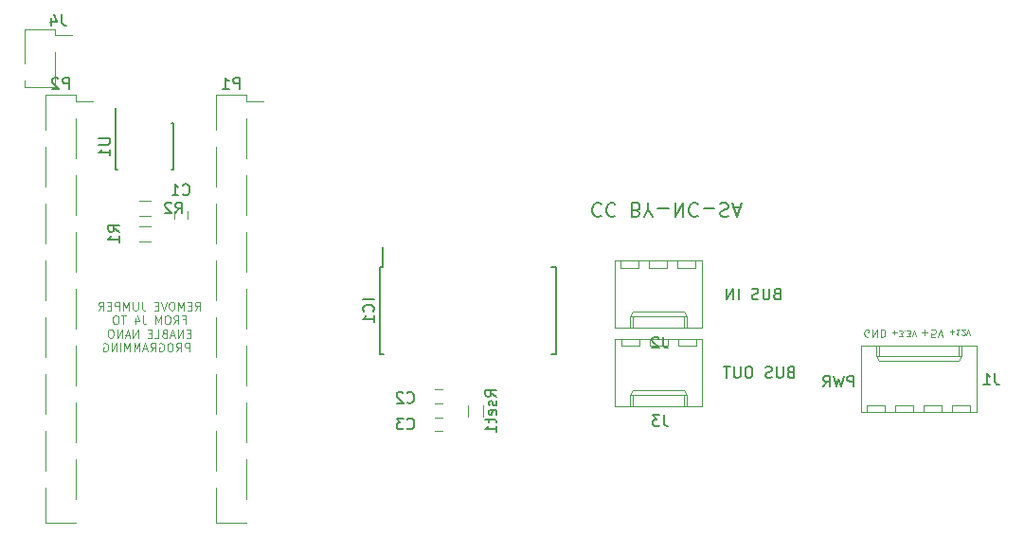
<source format=gbr>
G04 #@! TF.GenerationSoftware,KiCad,Pcbnew,(5.1.4-0-10_14)*
G04 #@! TF.CreationDate,2019-10-31T10:02:22+01:00*
G04 #@! TF.ProjectId,EWI_Right,4557495f-5269-4676-9874-2e6b69636164,-*
G04 #@! TF.SameCoordinates,Original*
G04 #@! TF.FileFunction,Legend,Bot*
G04 #@! TF.FilePolarity,Positive*
%FSLAX46Y46*%
G04 Gerber Fmt 4.6, Leading zero omitted, Abs format (unit mm)*
G04 Created by KiCad (PCBNEW (5.1.4-0-10_14)) date 2019-10-31 10:02:22*
%MOMM*%
%LPD*%
G04 APERTURE LIST*
%ADD10C,0.200000*%
%ADD11C,0.100000*%
%ADD12C,0.120000*%
%ADD13C,0.150000*%
G04 APERTURE END LIST*
D10*
X191416666Y-46303571D02*
X191357142Y-46244047D01*
X191178571Y-46184523D01*
X191059523Y-46184523D01*
X190880952Y-46244047D01*
X190761904Y-46363095D01*
X190702380Y-46482142D01*
X190642857Y-46720238D01*
X190642857Y-46898809D01*
X190702380Y-47136904D01*
X190761904Y-47255952D01*
X190880952Y-47375000D01*
X191059523Y-47434523D01*
X191178571Y-47434523D01*
X191357142Y-47375000D01*
X191416666Y-47315476D01*
X192666666Y-46303571D02*
X192607142Y-46244047D01*
X192428571Y-46184523D01*
X192309523Y-46184523D01*
X192130952Y-46244047D01*
X192011904Y-46363095D01*
X191952380Y-46482142D01*
X191892857Y-46720238D01*
X191892857Y-46898809D01*
X191952380Y-47136904D01*
X192011904Y-47255952D01*
X192130952Y-47375000D01*
X192309523Y-47434523D01*
X192428571Y-47434523D01*
X192607142Y-47375000D01*
X192666666Y-47315476D01*
X194571428Y-46839285D02*
X194750000Y-46779761D01*
X194809523Y-46720238D01*
X194869047Y-46601190D01*
X194869047Y-46422619D01*
X194809523Y-46303571D01*
X194750000Y-46244047D01*
X194630952Y-46184523D01*
X194154761Y-46184523D01*
X194154761Y-47434523D01*
X194571428Y-47434523D01*
X194690476Y-47375000D01*
X194750000Y-47315476D01*
X194809523Y-47196428D01*
X194809523Y-47077380D01*
X194750000Y-46958333D01*
X194690476Y-46898809D01*
X194571428Y-46839285D01*
X194154761Y-46839285D01*
X195642857Y-46779761D02*
X195642857Y-46184523D01*
X195226190Y-47434523D02*
X195642857Y-46779761D01*
X196059523Y-47434523D01*
X196476190Y-46660714D02*
X197428571Y-46660714D01*
X198023809Y-46184523D02*
X198023809Y-47434523D01*
X198738095Y-46184523D01*
X198738095Y-47434523D01*
X200047619Y-46303571D02*
X199988095Y-46244047D01*
X199809523Y-46184523D01*
X199690476Y-46184523D01*
X199511904Y-46244047D01*
X199392857Y-46363095D01*
X199333333Y-46482142D01*
X199273809Y-46720238D01*
X199273809Y-46898809D01*
X199333333Y-47136904D01*
X199392857Y-47255952D01*
X199511904Y-47375000D01*
X199690476Y-47434523D01*
X199809523Y-47434523D01*
X199988095Y-47375000D01*
X200047619Y-47315476D01*
X200583333Y-46660714D02*
X201535714Y-46660714D01*
X202071428Y-46244047D02*
X202250000Y-46184523D01*
X202547619Y-46184523D01*
X202666666Y-46244047D01*
X202726190Y-46303571D01*
X202785714Y-46422619D01*
X202785714Y-46541666D01*
X202726190Y-46660714D01*
X202666666Y-46720238D01*
X202547619Y-46779761D01*
X202309523Y-46839285D01*
X202190476Y-46898809D01*
X202130952Y-46958333D01*
X202071428Y-47077380D01*
X202071428Y-47196428D01*
X202130952Y-47315476D01*
X202190476Y-47375000D01*
X202309523Y-47434523D01*
X202607142Y-47434523D01*
X202785714Y-47375000D01*
X203261904Y-46541666D02*
X203857142Y-46541666D01*
X203142857Y-46184523D02*
X203559523Y-47434523D01*
X203976190Y-46184523D01*
D11*
X155117142Y-55771785D02*
X155367142Y-55414642D01*
X155545714Y-55771785D02*
X155545714Y-55021785D01*
X155260000Y-55021785D01*
X155188571Y-55057500D01*
X155152857Y-55093214D01*
X155117142Y-55164642D01*
X155117142Y-55271785D01*
X155152857Y-55343214D01*
X155188571Y-55378928D01*
X155260000Y-55414642D01*
X155545714Y-55414642D01*
X154795714Y-55378928D02*
X154545714Y-55378928D01*
X154438571Y-55771785D02*
X154795714Y-55771785D01*
X154795714Y-55021785D01*
X154438571Y-55021785D01*
X154117142Y-55771785D02*
X154117142Y-55021785D01*
X153867142Y-55557500D01*
X153617142Y-55021785D01*
X153617142Y-55771785D01*
X153117142Y-55021785D02*
X152974285Y-55021785D01*
X152902857Y-55057500D01*
X152831428Y-55128928D01*
X152795714Y-55271785D01*
X152795714Y-55521785D01*
X152831428Y-55664642D01*
X152902857Y-55736071D01*
X152974285Y-55771785D01*
X153117142Y-55771785D01*
X153188571Y-55736071D01*
X153260000Y-55664642D01*
X153295714Y-55521785D01*
X153295714Y-55271785D01*
X153260000Y-55128928D01*
X153188571Y-55057500D01*
X153117142Y-55021785D01*
X152581428Y-55021785D02*
X152331428Y-55771785D01*
X152081428Y-55021785D01*
X151831428Y-55378928D02*
X151581428Y-55378928D01*
X151474285Y-55771785D02*
X151831428Y-55771785D01*
X151831428Y-55021785D01*
X151474285Y-55021785D01*
X150367142Y-55021785D02*
X150367142Y-55557500D01*
X150402857Y-55664642D01*
X150474285Y-55736071D01*
X150581428Y-55771785D01*
X150652857Y-55771785D01*
X150010000Y-55021785D02*
X150010000Y-55628928D01*
X149974285Y-55700357D01*
X149938571Y-55736071D01*
X149867142Y-55771785D01*
X149724285Y-55771785D01*
X149652857Y-55736071D01*
X149617142Y-55700357D01*
X149581428Y-55628928D01*
X149581428Y-55021785D01*
X149224285Y-55771785D02*
X149224285Y-55021785D01*
X148974285Y-55557500D01*
X148724285Y-55021785D01*
X148724285Y-55771785D01*
X148367142Y-55771785D02*
X148367142Y-55021785D01*
X148081428Y-55021785D01*
X148010000Y-55057500D01*
X147974285Y-55093214D01*
X147938571Y-55164642D01*
X147938571Y-55271785D01*
X147974285Y-55343214D01*
X148010000Y-55378928D01*
X148081428Y-55414642D01*
X148367142Y-55414642D01*
X147617142Y-55378928D02*
X147367142Y-55378928D01*
X147260000Y-55771785D02*
X147617142Y-55771785D01*
X147617142Y-55021785D01*
X147260000Y-55021785D01*
X146510000Y-55771785D02*
X146760000Y-55414642D01*
X146938571Y-55771785D02*
X146938571Y-55021785D01*
X146652857Y-55021785D01*
X146581428Y-55057500D01*
X146545714Y-55093214D01*
X146510000Y-55164642D01*
X146510000Y-55271785D01*
X146545714Y-55343214D01*
X146581428Y-55378928D01*
X146652857Y-55414642D01*
X146938571Y-55414642D01*
X154027857Y-56603928D02*
X154277857Y-56603928D01*
X154277857Y-56996785D02*
X154277857Y-56246785D01*
X153920714Y-56246785D01*
X153206428Y-56996785D02*
X153456428Y-56639642D01*
X153635000Y-56996785D02*
X153635000Y-56246785D01*
X153349285Y-56246785D01*
X153277857Y-56282500D01*
X153242142Y-56318214D01*
X153206428Y-56389642D01*
X153206428Y-56496785D01*
X153242142Y-56568214D01*
X153277857Y-56603928D01*
X153349285Y-56639642D01*
X153635000Y-56639642D01*
X152742142Y-56246785D02*
X152599285Y-56246785D01*
X152527857Y-56282500D01*
X152456428Y-56353928D01*
X152420714Y-56496785D01*
X152420714Y-56746785D01*
X152456428Y-56889642D01*
X152527857Y-56961071D01*
X152599285Y-56996785D01*
X152742142Y-56996785D01*
X152813571Y-56961071D01*
X152885000Y-56889642D01*
X152920714Y-56746785D01*
X152920714Y-56496785D01*
X152885000Y-56353928D01*
X152813571Y-56282500D01*
X152742142Y-56246785D01*
X152099285Y-56996785D02*
X152099285Y-56246785D01*
X151849285Y-56782500D01*
X151599285Y-56246785D01*
X151599285Y-56996785D01*
X150456428Y-56246785D02*
X150456428Y-56782500D01*
X150492142Y-56889642D01*
X150563571Y-56961071D01*
X150670714Y-56996785D01*
X150742142Y-56996785D01*
X149777857Y-56496785D02*
X149777857Y-56996785D01*
X149956428Y-56211071D02*
X150135000Y-56746785D01*
X149670714Y-56746785D01*
X148920714Y-56246785D02*
X148492142Y-56246785D01*
X148706428Y-56996785D02*
X148706428Y-56246785D01*
X148099285Y-56246785D02*
X147956428Y-56246785D01*
X147885000Y-56282500D01*
X147813571Y-56353928D01*
X147777857Y-56496785D01*
X147777857Y-56746785D01*
X147813571Y-56889642D01*
X147885000Y-56961071D01*
X147956428Y-56996785D01*
X148099285Y-56996785D01*
X148170714Y-56961071D01*
X148242142Y-56889642D01*
X148277857Y-56746785D01*
X148277857Y-56496785D01*
X148242142Y-56353928D01*
X148170714Y-56282500D01*
X148099285Y-56246785D01*
X154724285Y-57828928D02*
X154474285Y-57828928D01*
X154367142Y-58221785D02*
X154724285Y-58221785D01*
X154724285Y-57471785D01*
X154367142Y-57471785D01*
X154045714Y-58221785D02*
X154045714Y-57471785D01*
X153617142Y-58221785D01*
X153617142Y-57471785D01*
X153295714Y-58007500D02*
X152938571Y-58007500D01*
X153367142Y-58221785D02*
X153117142Y-57471785D01*
X152867142Y-58221785D01*
X152367142Y-57828928D02*
X152260000Y-57864642D01*
X152224285Y-57900357D01*
X152188571Y-57971785D01*
X152188571Y-58078928D01*
X152224285Y-58150357D01*
X152260000Y-58186071D01*
X152331428Y-58221785D01*
X152617142Y-58221785D01*
X152617142Y-57471785D01*
X152367142Y-57471785D01*
X152295714Y-57507500D01*
X152260000Y-57543214D01*
X152224285Y-57614642D01*
X152224285Y-57686071D01*
X152260000Y-57757500D01*
X152295714Y-57793214D01*
X152367142Y-57828928D01*
X152617142Y-57828928D01*
X151510000Y-58221785D02*
X151867142Y-58221785D01*
X151867142Y-57471785D01*
X151260000Y-57828928D02*
X151010000Y-57828928D01*
X150902857Y-58221785D02*
X151260000Y-58221785D01*
X151260000Y-57471785D01*
X150902857Y-57471785D01*
X150010000Y-58221785D02*
X150010000Y-57471785D01*
X149581428Y-58221785D01*
X149581428Y-57471785D01*
X149260000Y-58007500D02*
X148902857Y-58007500D01*
X149331428Y-58221785D02*
X149081428Y-57471785D01*
X148831428Y-58221785D01*
X148581428Y-58221785D02*
X148581428Y-57471785D01*
X148152857Y-58221785D01*
X148152857Y-57471785D01*
X147652857Y-57471785D02*
X147510000Y-57471785D01*
X147438571Y-57507500D01*
X147367142Y-57578928D01*
X147331428Y-57721785D01*
X147331428Y-57971785D01*
X147367142Y-58114642D01*
X147438571Y-58186071D01*
X147510000Y-58221785D01*
X147652857Y-58221785D01*
X147724285Y-58186071D01*
X147795714Y-58114642D01*
X147831428Y-57971785D01*
X147831428Y-57721785D01*
X147795714Y-57578928D01*
X147724285Y-57507500D01*
X147652857Y-57471785D01*
X154599285Y-59446785D02*
X154599285Y-58696785D01*
X154313571Y-58696785D01*
X154242142Y-58732500D01*
X154206428Y-58768214D01*
X154170714Y-58839642D01*
X154170714Y-58946785D01*
X154206428Y-59018214D01*
X154242142Y-59053928D01*
X154313571Y-59089642D01*
X154599285Y-59089642D01*
X153420714Y-59446785D02*
X153670714Y-59089642D01*
X153849285Y-59446785D02*
X153849285Y-58696785D01*
X153563571Y-58696785D01*
X153492142Y-58732500D01*
X153456428Y-58768214D01*
X153420714Y-58839642D01*
X153420714Y-58946785D01*
X153456428Y-59018214D01*
X153492142Y-59053928D01*
X153563571Y-59089642D01*
X153849285Y-59089642D01*
X152956428Y-58696785D02*
X152813571Y-58696785D01*
X152742142Y-58732500D01*
X152670714Y-58803928D01*
X152635000Y-58946785D01*
X152635000Y-59196785D01*
X152670714Y-59339642D01*
X152742142Y-59411071D01*
X152813571Y-59446785D01*
X152956428Y-59446785D01*
X153027857Y-59411071D01*
X153099285Y-59339642D01*
X153135000Y-59196785D01*
X153135000Y-58946785D01*
X153099285Y-58803928D01*
X153027857Y-58732500D01*
X152956428Y-58696785D01*
X151920714Y-58732500D02*
X151992142Y-58696785D01*
X152099285Y-58696785D01*
X152206428Y-58732500D01*
X152277857Y-58803928D01*
X152313571Y-58875357D01*
X152349285Y-59018214D01*
X152349285Y-59125357D01*
X152313571Y-59268214D01*
X152277857Y-59339642D01*
X152206428Y-59411071D01*
X152099285Y-59446785D01*
X152027857Y-59446785D01*
X151920714Y-59411071D01*
X151885000Y-59375357D01*
X151885000Y-59125357D01*
X152027857Y-59125357D01*
X151135000Y-59446785D02*
X151385000Y-59089642D01*
X151563571Y-59446785D02*
X151563571Y-58696785D01*
X151277857Y-58696785D01*
X151206428Y-58732500D01*
X151170714Y-58768214D01*
X151135000Y-58839642D01*
X151135000Y-58946785D01*
X151170714Y-59018214D01*
X151206428Y-59053928D01*
X151277857Y-59089642D01*
X151563571Y-59089642D01*
X150849285Y-59232500D02*
X150492142Y-59232500D01*
X150920714Y-59446785D02*
X150670714Y-58696785D01*
X150420714Y-59446785D01*
X150170714Y-59446785D02*
X150170714Y-58696785D01*
X149920714Y-59232500D01*
X149670714Y-58696785D01*
X149670714Y-59446785D01*
X149313571Y-59446785D02*
X149313571Y-58696785D01*
X149063571Y-59232500D01*
X148813571Y-58696785D01*
X148813571Y-59446785D01*
X148456428Y-59446785D02*
X148456428Y-58696785D01*
X148099285Y-59446785D02*
X148099285Y-58696785D01*
X147670714Y-59446785D01*
X147670714Y-58696785D01*
X146920714Y-58732500D02*
X146992142Y-58696785D01*
X147099285Y-58696785D01*
X147206428Y-58732500D01*
X147277857Y-58803928D01*
X147313571Y-58875357D01*
X147349285Y-59018214D01*
X147349285Y-59125357D01*
X147313571Y-59268214D01*
X147277857Y-59339642D01*
X147206428Y-59411071D01*
X147099285Y-59446785D01*
X147027857Y-59446785D01*
X146920714Y-59411071D01*
X146885000Y-59375357D01*
X146885000Y-59125357D01*
X147027857Y-59125357D01*
X215332318Y-58128332D02*
X215265652Y-58161665D01*
X215165652Y-58161665D01*
X215065652Y-58128332D01*
X214998985Y-58061665D01*
X214965652Y-57994998D01*
X214932318Y-57861665D01*
X214932318Y-57761665D01*
X214965652Y-57628332D01*
X214998985Y-57561665D01*
X215065652Y-57494998D01*
X215165652Y-57461665D01*
X215232318Y-57461665D01*
X215332318Y-57494998D01*
X215365652Y-57528332D01*
X215365652Y-57761665D01*
X215232318Y-57761665D01*
X215665652Y-57461665D02*
X215665652Y-58161665D01*
X216065652Y-57461665D01*
X216065652Y-58161665D01*
X216398985Y-57461665D02*
X216398985Y-58161665D01*
X216565652Y-58161665D01*
X216665652Y-58128332D01*
X216732318Y-58061665D01*
X216765652Y-57994998D01*
X216798985Y-57861665D01*
X216798985Y-57761665D01*
X216765652Y-57628332D01*
X216732318Y-57561665D01*
X216665652Y-57494998D01*
X216565652Y-57461665D01*
X216398985Y-57461665D01*
X217465652Y-57742617D02*
X217846604Y-57742617D01*
X217656128Y-57552141D02*
X217656128Y-57933093D01*
X218037080Y-58052141D02*
X218346604Y-58052141D01*
X218179937Y-57861665D01*
X218251366Y-57861665D01*
X218298985Y-57837855D01*
X218322794Y-57814046D01*
X218346604Y-57766427D01*
X218346604Y-57647379D01*
X218322794Y-57599760D01*
X218298985Y-57575951D01*
X218251366Y-57552141D01*
X218108509Y-57552141D01*
X218060890Y-57575951D01*
X218037080Y-57599760D01*
X218560890Y-57599760D02*
X218584699Y-57575951D01*
X218560890Y-57552141D01*
X218537080Y-57575951D01*
X218560890Y-57599760D01*
X218560890Y-57552141D01*
X218751366Y-58052141D02*
X219060890Y-58052141D01*
X218894223Y-57861665D01*
X218965652Y-57861665D01*
X219013271Y-57837855D01*
X219037080Y-57814046D01*
X219060890Y-57766427D01*
X219060890Y-57647379D01*
X219037080Y-57599760D01*
X219013271Y-57575951D01*
X218965652Y-57552141D01*
X218822794Y-57552141D01*
X218775175Y-57575951D01*
X218751366Y-57599760D01*
X219203747Y-58052141D02*
X219370413Y-57552141D01*
X219537080Y-58052141D01*
X220065652Y-57728332D02*
X220598985Y-57728332D01*
X220332318Y-57461665D02*
X220332318Y-57994998D01*
X221265652Y-58161665D02*
X220932318Y-58161665D01*
X220898985Y-57828332D01*
X220932318Y-57861665D01*
X220998985Y-57894998D01*
X221165652Y-57894998D01*
X221232318Y-57861665D01*
X221265652Y-57828332D01*
X221298985Y-57761665D01*
X221298985Y-57594998D01*
X221265652Y-57528332D01*
X221232318Y-57494998D01*
X221165652Y-57461665D01*
X220998985Y-57461665D01*
X220932318Y-57494998D01*
X220898985Y-57528332D01*
X221498985Y-58161665D02*
X221732318Y-57461665D01*
X221965652Y-58161665D01*
X222584699Y-57692617D02*
X222965652Y-57692617D01*
X222775175Y-57502141D02*
X222775175Y-57883093D01*
X223465652Y-57502141D02*
X223179937Y-57502141D01*
X223322794Y-57502141D02*
X223322794Y-58002141D01*
X223275175Y-57930712D01*
X223227556Y-57883093D01*
X223179937Y-57859284D01*
X223656128Y-57954522D02*
X223679937Y-57978332D01*
X223727556Y-58002141D01*
X223846604Y-58002141D01*
X223894223Y-57978332D01*
X223918032Y-57954522D01*
X223941842Y-57906903D01*
X223941842Y-57859284D01*
X223918032Y-57787855D01*
X223632318Y-57502141D01*
X223941842Y-57502141D01*
X224084699Y-58002141D02*
X224251366Y-57502141D01*
X224418032Y-58002141D01*
D12*
X214615652Y-64898332D02*
X214615652Y-58898332D01*
X214615652Y-58898332D02*
X224975652Y-58898332D01*
X224975652Y-58898332D02*
X224975652Y-64898332D01*
X224975652Y-64898332D02*
X214615652Y-64898332D01*
X215985652Y-58898332D02*
X215985652Y-59898332D01*
X215985652Y-59898332D02*
X223605652Y-59898332D01*
X223605652Y-59898332D02*
X223605652Y-58898332D01*
X215985652Y-59898332D02*
X216235652Y-60328332D01*
X216235652Y-60328332D02*
X223355652Y-60328332D01*
X223355652Y-60328332D02*
X223605652Y-59898332D01*
X216235652Y-58898332D02*
X216235652Y-59898332D01*
X223355652Y-58898332D02*
X223355652Y-59898332D01*
X215185652Y-64898332D02*
X215185652Y-64278332D01*
X215185652Y-64278332D02*
X216785652Y-64278332D01*
X216785652Y-64278332D02*
X216785652Y-64898332D01*
X217725652Y-64898332D02*
X217725652Y-64278332D01*
X217725652Y-64278332D02*
X219325652Y-64278332D01*
X219325652Y-64278332D02*
X219325652Y-64898332D01*
X220265652Y-64898332D02*
X220265652Y-64278332D01*
X220265652Y-64278332D02*
X221865652Y-64278332D01*
X221865652Y-64278332D02*
X221865652Y-64898332D01*
X222805652Y-64898332D02*
X222805652Y-64278332D01*
X222805652Y-64278332D02*
X224405652Y-64278332D01*
X224405652Y-64278332D02*
X224405652Y-64898332D01*
X153260000Y-46920000D02*
X153260000Y-47620000D01*
X154460000Y-47620000D02*
X154460000Y-46920000D01*
X151110000Y-48240000D02*
X150110000Y-48240000D01*
X150110000Y-49600000D02*
X151110000Y-49600000D01*
D13*
X148006981Y-39064933D02*
X148056981Y-39064933D01*
X148006981Y-43214933D02*
X148151981Y-43214933D01*
X153156981Y-43214933D02*
X153011981Y-43214933D01*
X153156981Y-39064933D02*
X153011981Y-39064933D01*
X148006981Y-39064933D02*
X148006981Y-43214933D01*
X153156981Y-39064933D02*
X153156981Y-43214933D01*
X148056981Y-39064933D02*
X148056981Y-37664933D01*
D12*
X200430000Y-51350000D02*
X200430000Y-57350000D01*
X200430000Y-57350000D02*
X192610000Y-57350000D01*
X192610000Y-57350000D02*
X192610000Y-51350000D01*
X192610000Y-51350000D02*
X200430000Y-51350000D01*
X199060000Y-57350000D02*
X199060000Y-56350000D01*
X199060000Y-56350000D02*
X193980000Y-56350000D01*
X193980000Y-56350000D02*
X193980000Y-57350000D01*
X199060000Y-56350000D02*
X198810000Y-55920000D01*
X198810000Y-55920000D02*
X194230000Y-55920000D01*
X194230000Y-55920000D02*
X193980000Y-56350000D01*
X198810000Y-57350000D02*
X198810000Y-56350000D01*
X194230000Y-57350000D02*
X194230000Y-56350000D01*
X199860000Y-51350000D02*
X199860000Y-51970000D01*
X199860000Y-51970000D02*
X198260000Y-51970000D01*
X198260000Y-51970000D02*
X198260000Y-51350000D01*
X197320000Y-51350000D02*
X197320000Y-51970000D01*
X197320000Y-51970000D02*
X195720000Y-51970000D01*
X195720000Y-51970000D02*
X195720000Y-51350000D01*
X194780000Y-51350000D02*
X194780000Y-51970000D01*
X194780000Y-51970000D02*
X193180000Y-51970000D01*
X193180000Y-51970000D02*
X193180000Y-51350000D01*
X200470000Y-58350000D02*
X200470000Y-64350000D01*
X200470000Y-64350000D02*
X192650000Y-64350000D01*
X192650000Y-64350000D02*
X192650000Y-58350000D01*
X192650000Y-58350000D02*
X200470000Y-58350000D01*
X199100000Y-64350000D02*
X199100000Y-63350000D01*
X199100000Y-63350000D02*
X194020000Y-63350000D01*
X194020000Y-63350000D02*
X194020000Y-64350000D01*
X199100000Y-63350000D02*
X198850000Y-62920000D01*
X198850000Y-62920000D02*
X194270000Y-62920000D01*
X194270000Y-62920000D02*
X194020000Y-63350000D01*
X198850000Y-64350000D02*
X198850000Y-63350000D01*
X194270000Y-64350000D02*
X194270000Y-63350000D01*
X199900000Y-58350000D02*
X199900000Y-58970000D01*
X199900000Y-58970000D02*
X198300000Y-58970000D01*
X198300000Y-58970000D02*
X198300000Y-58350000D01*
X197360000Y-58350000D02*
X197360000Y-58970000D01*
X197360000Y-58970000D02*
X195760000Y-58970000D01*
X195760000Y-58970000D02*
X195760000Y-58350000D01*
X194820000Y-58350000D02*
X194820000Y-58970000D01*
X194820000Y-58970000D02*
X193220000Y-58970000D01*
X193220000Y-58970000D02*
X193220000Y-58350000D01*
X177210000Y-62870000D02*
X176510000Y-62870000D01*
X176510000Y-64070000D02*
X177210000Y-64070000D01*
X177210000Y-65370000D02*
X176510000Y-65370000D01*
X176510000Y-66570000D02*
X177210000Y-66570000D01*
D13*
X171605652Y-51931332D02*
X171880652Y-51931332D01*
X171605652Y-59681332D02*
X171970652Y-59681332D01*
X187355652Y-59681332D02*
X186990652Y-59681332D01*
X187355652Y-51931332D02*
X186990652Y-51931332D01*
X171605652Y-51931332D02*
X171605652Y-59681332D01*
X187355652Y-51931332D02*
X187355652Y-59681332D01*
X171880652Y-51931332D02*
X171880652Y-50106332D01*
D12*
X151110000Y-45990000D02*
X150110000Y-45990000D01*
X150110000Y-47350000D02*
X151110000Y-47350000D01*
X179480000Y-64270000D02*
X179480000Y-65270000D01*
X180840000Y-65270000D02*
X180840000Y-64270000D01*
X144440652Y-36526332D02*
X141780652Y-36526332D01*
X144440652Y-74746332D02*
X141780652Y-74746332D01*
X141780652Y-36526332D02*
X141780652Y-39636332D01*
X144440652Y-37096332D02*
X145960652Y-37096332D01*
X144440652Y-36526332D02*
X144440652Y-37096332D01*
X141780652Y-74176332D02*
X141780652Y-74746332D01*
X141780652Y-41156332D02*
X141780652Y-44716332D01*
X141780652Y-46236332D02*
X141780652Y-49796332D01*
X141780652Y-51316332D02*
X141780652Y-54876332D01*
X141780652Y-56396332D02*
X141780652Y-59956332D01*
X141780652Y-61476332D02*
X141780652Y-65036332D01*
X141780652Y-66556332D02*
X141780652Y-70116332D01*
X141780652Y-71636332D02*
X141780652Y-74746332D01*
X144440652Y-38616332D02*
X144440652Y-42176332D01*
X144440652Y-43696332D02*
X144440652Y-47256332D01*
X144440652Y-48776332D02*
X144440652Y-52336332D01*
X144440652Y-53856332D02*
X144440652Y-57416332D01*
X144440652Y-58936332D02*
X144440652Y-62496332D01*
X144440652Y-64016332D02*
X144440652Y-67576332D01*
X144440652Y-69096332D02*
X144440652Y-72656332D01*
X159685652Y-36536332D02*
X157025652Y-36536332D01*
X159685652Y-74756332D02*
X157025652Y-74756332D01*
X157025652Y-36536332D02*
X157025652Y-39646332D01*
X159685652Y-37106332D02*
X161205652Y-37106332D01*
X159685652Y-36536332D02*
X159685652Y-37106332D01*
X157025652Y-74186332D02*
X157025652Y-74756332D01*
X157025652Y-41166332D02*
X157025652Y-44726332D01*
X157025652Y-46246332D02*
X157025652Y-49806332D01*
X157025652Y-51326332D02*
X157025652Y-54886332D01*
X157025652Y-56406332D02*
X157025652Y-59966332D01*
X157025652Y-61486332D02*
X157025652Y-65046332D01*
X157025652Y-66566332D02*
X157025652Y-70126332D01*
X157025652Y-71646332D02*
X157025652Y-74756332D01*
X159685652Y-38626332D02*
X159685652Y-42186332D01*
X159685652Y-43706332D02*
X159685652Y-47266332D01*
X159685652Y-48786332D02*
X159685652Y-52346332D01*
X159685652Y-53866332D02*
X159685652Y-57426332D01*
X159685652Y-58946332D02*
X159685652Y-62506332D01*
X159685652Y-64026332D02*
X159685652Y-67586332D01*
X159685652Y-69106332D02*
X159685652Y-72666332D01*
X142590000Y-30620000D02*
X139930000Y-30620000D01*
X142590000Y-35820000D02*
X139930000Y-35820000D01*
X139930000Y-30620000D02*
X139930000Y-33730000D01*
X142590000Y-31190000D02*
X144110000Y-31190000D01*
X142590000Y-30620000D02*
X142590000Y-31190000D01*
X139930000Y-35250000D02*
X139930000Y-35820000D01*
X142590000Y-32710000D02*
X142590000Y-35820000D01*
D13*
X226593333Y-61422380D02*
X226593333Y-62136666D01*
X226640952Y-62279523D01*
X226736190Y-62374761D01*
X226879047Y-62422380D01*
X226974285Y-62422380D01*
X225593333Y-62422380D02*
X226164761Y-62422380D01*
X225879047Y-62422380D02*
X225879047Y-61422380D01*
X225974285Y-61565238D01*
X226069523Y-61660476D01*
X226164761Y-61708095D01*
X213993333Y-62622380D02*
X213993333Y-61622380D01*
X213612380Y-61622380D01*
X213517142Y-61670000D01*
X213469523Y-61717619D01*
X213421904Y-61812857D01*
X213421904Y-61955714D01*
X213469523Y-62050952D01*
X213517142Y-62098571D01*
X213612380Y-62146190D01*
X213993333Y-62146190D01*
X213088571Y-61622380D02*
X212850476Y-62622380D01*
X212660000Y-61908095D01*
X212469523Y-62622380D01*
X212231428Y-61622380D01*
X211279047Y-62622380D02*
X211612380Y-62146190D01*
X211850476Y-62622380D02*
X211850476Y-61622380D01*
X211469523Y-61622380D01*
X211374285Y-61670000D01*
X211326666Y-61717619D01*
X211279047Y-61812857D01*
X211279047Y-61955714D01*
X211326666Y-62050952D01*
X211374285Y-62098571D01*
X211469523Y-62146190D01*
X211850476Y-62146190D01*
X154026666Y-45402142D02*
X154074285Y-45449761D01*
X154217142Y-45497380D01*
X154312380Y-45497380D01*
X154455238Y-45449761D01*
X154550476Y-45354523D01*
X154598095Y-45259285D01*
X154645714Y-45068809D01*
X154645714Y-44925952D01*
X154598095Y-44735476D01*
X154550476Y-44640238D01*
X154455238Y-44545000D01*
X154312380Y-44497380D01*
X154217142Y-44497380D01*
X154074285Y-44545000D01*
X154026666Y-44592619D01*
X153074285Y-45497380D02*
X153645714Y-45497380D01*
X153360000Y-45497380D02*
X153360000Y-44497380D01*
X153455238Y-44640238D01*
X153550476Y-44735476D01*
X153645714Y-44783095D01*
X148352380Y-48753333D02*
X147876190Y-48420000D01*
X148352380Y-48181904D02*
X147352380Y-48181904D01*
X147352380Y-48562857D01*
X147400000Y-48658095D01*
X147447619Y-48705714D01*
X147542857Y-48753333D01*
X147685714Y-48753333D01*
X147780952Y-48705714D01*
X147828571Y-48658095D01*
X147876190Y-48562857D01*
X147876190Y-48181904D01*
X148352380Y-49705714D02*
X148352380Y-49134285D01*
X148352380Y-49420000D02*
X147352380Y-49420000D01*
X147495238Y-49324761D01*
X147590476Y-49229523D01*
X147638095Y-49134285D01*
X146534361Y-40378028D02*
X147343885Y-40378028D01*
X147439123Y-40425647D01*
X147486742Y-40473266D01*
X147534361Y-40568504D01*
X147534361Y-40758980D01*
X147486742Y-40854218D01*
X147439123Y-40901837D01*
X147343885Y-40949456D01*
X146534361Y-40949456D01*
X147534361Y-41949456D02*
X147534361Y-41378028D01*
X147534361Y-41663742D02*
X146534361Y-41663742D01*
X146677219Y-41568504D01*
X146772457Y-41473266D01*
X146820076Y-41378028D01*
X196980333Y-58140380D02*
X196980333Y-58854666D01*
X197027952Y-58997523D01*
X197123190Y-59092761D01*
X197266047Y-59140380D01*
X197361285Y-59140380D01*
X196551761Y-58235619D02*
X196504142Y-58188000D01*
X196408904Y-58140380D01*
X196170809Y-58140380D01*
X196075571Y-58188000D01*
X196027952Y-58235619D01*
X195980333Y-58330857D01*
X195980333Y-58426095D01*
X196027952Y-58568952D01*
X196599380Y-59140380D01*
X195980333Y-59140380D01*
X207131428Y-54298571D02*
X206988571Y-54346190D01*
X206940952Y-54393809D01*
X206893333Y-54489047D01*
X206893333Y-54631904D01*
X206940952Y-54727142D01*
X206988571Y-54774761D01*
X207083809Y-54822380D01*
X207464761Y-54822380D01*
X207464761Y-53822380D01*
X207131428Y-53822380D01*
X207036190Y-53870000D01*
X206988571Y-53917619D01*
X206940952Y-54012857D01*
X206940952Y-54108095D01*
X206988571Y-54203333D01*
X207036190Y-54250952D01*
X207131428Y-54298571D01*
X207464761Y-54298571D01*
X206464761Y-53822380D02*
X206464761Y-54631904D01*
X206417142Y-54727142D01*
X206369523Y-54774761D01*
X206274285Y-54822380D01*
X206083809Y-54822380D01*
X205988571Y-54774761D01*
X205940952Y-54727142D01*
X205893333Y-54631904D01*
X205893333Y-53822380D01*
X205464761Y-54774761D02*
X205321904Y-54822380D01*
X205083809Y-54822380D01*
X204988571Y-54774761D01*
X204940952Y-54727142D01*
X204893333Y-54631904D01*
X204893333Y-54536666D01*
X204940952Y-54441428D01*
X204988571Y-54393809D01*
X205083809Y-54346190D01*
X205274285Y-54298571D01*
X205369523Y-54250952D01*
X205417142Y-54203333D01*
X205464761Y-54108095D01*
X205464761Y-54012857D01*
X205417142Y-53917619D01*
X205369523Y-53870000D01*
X205274285Y-53822380D01*
X205036190Y-53822380D01*
X204893333Y-53870000D01*
X203702857Y-54822380D02*
X203702857Y-53822380D01*
X203226666Y-54822380D02*
X203226666Y-53822380D01*
X202655238Y-54822380D01*
X202655238Y-53822380D01*
X197020333Y-65140380D02*
X197020333Y-65854666D01*
X197067952Y-65997523D01*
X197163190Y-66092761D01*
X197306047Y-66140380D01*
X197401285Y-66140380D01*
X196639380Y-65140380D02*
X196020333Y-65140380D01*
X196353666Y-65521333D01*
X196210809Y-65521333D01*
X196115571Y-65568952D01*
X196067952Y-65616571D01*
X196020333Y-65711809D01*
X196020333Y-65949904D01*
X196067952Y-66045142D01*
X196115571Y-66092761D01*
X196210809Y-66140380D01*
X196496523Y-66140380D01*
X196591761Y-66092761D01*
X196639380Y-66045142D01*
X208338095Y-61298571D02*
X208195238Y-61346190D01*
X208147619Y-61393809D01*
X208100000Y-61489047D01*
X208100000Y-61631904D01*
X208147619Y-61727142D01*
X208195238Y-61774761D01*
X208290476Y-61822380D01*
X208671428Y-61822380D01*
X208671428Y-60822380D01*
X208338095Y-60822380D01*
X208242857Y-60870000D01*
X208195238Y-60917619D01*
X208147619Y-61012857D01*
X208147619Y-61108095D01*
X208195238Y-61203333D01*
X208242857Y-61250952D01*
X208338095Y-61298571D01*
X208671428Y-61298571D01*
X207671428Y-60822380D02*
X207671428Y-61631904D01*
X207623809Y-61727142D01*
X207576190Y-61774761D01*
X207480952Y-61822380D01*
X207290476Y-61822380D01*
X207195238Y-61774761D01*
X207147619Y-61727142D01*
X207100000Y-61631904D01*
X207100000Y-60822380D01*
X206671428Y-61774761D02*
X206528571Y-61822380D01*
X206290476Y-61822380D01*
X206195238Y-61774761D01*
X206147619Y-61727142D01*
X206100000Y-61631904D01*
X206100000Y-61536666D01*
X206147619Y-61441428D01*
X206195238Y-61393809D01*
X206290476Y-61346190D01*
X206480952Y-61298571D01*
X206576190Y-61250952D01*
X206623809Y-61203333D01*
X206671428Y-61108095D01*
X206671428Y-61012857D01*
X206623809Y-60917619D01*
X206576190Y-60870000D01*
X206480952Y-60822380D01*
X206242857Y-60822380D01*
X206100000Y-60870000D01*
X204719047Y-60822380D02*
X204528571Y-60822380D01*
X204433333Y-60870000D01*
X204338095Y-60965238D01*
X204290476Y-61155714D01*
X204290476Y-61489047D01*
X204338095Y-61679523D01*
X204433333Y-61774761D01*
X204528571Y-61822380D01*
X204719047Y-61822380D01*
X204814285Y-61774761D01*
X204909523Y-61679523D01*
X204957142Y-61489047D01*
X204957142Y-61155714D01*
X204909523Y-60965238D01*
X204814285Y-60870000D01*
X204719047Y-60822380D01*
X203861904Y-60822380D02*
X203861904Y-61631904D01*
X203814285Y-61727142D01*
X203766666Y-61774761D01*
X203671428Y-61822380D01*
X203480952Y-61822380D01*
X203385714Y-61774761D01*
X203338095Y-61727142D01*
X203290476Y-61631904D01*
X203290476Y-60822380D01*
X202957142Y-60822380D02*
X202385714Y-60822380D01*
X202671428Y-61822380D02*
X202671428Y-60822380D01*
X174076666Y-63987142D02*
X174124285Y-64034761D01*
X174267142Y-64082380D01*
X174362380Y-64082380D01*
X174505238Y-64034761D01*
X174600476Y-63939523D01*
X174648095Y-63844285D01*
X174695714Y-63653809D01*
X174695714Y-63510952D01*
X174648095Y-63320476D01*
X174600476Y-63225238D01*
X174505238Y-63130000D01*
X174362380Y-63082380D01*
X174267142Y-63082380D01*
X174124285Y-63130000D01*
X174076666Y-63177619D01*
X173695714Y-63177619D02*
X173648095Y-63130000D01*
X173552857Y-63082380D01*
X173314761Y-63082380D01*
X173219523Y-63130000D01*
X173171904Y-63177619D01*
X173124285Y-63272857D01*
X173124285Y-63368095D01*
X173171904Y-63510952D01*
X173743333Y-64082380D01*
X173124285Y-64082380D01*
X174076666Y-66327142D02*
X174124285Y-66374761D01*
X174267142Y-66422380D01*
X174362380Y-66422380D01*
X174505238Y-66374761D01*
X174600476Y-66279523D01*
X174648095Y-66184285D01*
X174695714Y-65993809D01*
X174695714Y-65850952D01*
X174648095Y-65660476D01*
X174600476Y-65565238D01*
X174505238Y-65470000D01*
X174362380Y-65422380D01*
X174267142Y-65422380D01*
X174124285Y-65470000D01*
X174076666Y-65517619D01*
X173743333Y-65422380D02*
X173124285Y-65422380D01*
X173457619Y-65803333D01*
X173314761Y-65803333D01*
X173219523Y-65850952D01*
X173171904Y-65898571D01*
X173124285Y-65993809D01*
X173124285Y-66231904D01*
X173171904Y-66327142D01*
X173219523Y-66374761D01*
X173314761Y-66422380D01*
X173600476Y-66422380D01*
X173695714Y-66374761D01*
X173743333Y-66327142D01*
X171133032Y-54830141D02*
X170133032Y-54830141D01*
X171037794Y-55877760D02*
X171085413Y-55830141D01*
X171133032Y-55687284D01*
X171133032Y-55592046D01*
X171085413Y-55449189D01*
X170990175Y-55353951D01*
X170894937Y-55306332D01*
X170704461Y-55258712D01*
X170561604Y-55258712D01*
X170371128Y-55306332D01*
X170275890Y-55353951D01*
X170180652Y-55449189D01*
X170133032Y-55592046D01*
X170133032Y-55687284D01*
X170180652Y-55830141D01*
X170228271Y-55877760D01*
X171133032Y-56830141D02*
X171133032Y-56258712D01*
X171133032Y-56544427D02*
X170133032Y-56544427D01*
X170275890Y-56449189D01*
X170371128Y-56353951D01*
X170418747Y-56258712D01*
X153376666Y-47122380D02*
X153710000Y-46646190D01*
X153948095Y-47122380D02*
X153948095Y-46122380D01*
X153567142Y-46122380D01*
X153471904Y-46170000D01*
X153424285Y-46217619D01*
X153376666Y-46312857D01*
X153376666Y-46455714D01*
X153424285Y-46550952D01*
X153471904Y-46598571D01*
X153567142Y-46646190D01*
X153948095Y-46646190D01*
X152995714Y-46217619D02*
X152948095Y-46170000D01*
X152852857Y-46122380D01*
X152614761Y-46122380D01*
X152519523Y-46170000D01*
X152471904Y-46217619D01*
X152424285Y-46312857D01*
X152424285Y-46408095D01*
X152471904Y-46550952D01*
X153043333Y-47122380D01*
X152424285Y-47122380D01*
X182062380Y-63484285D02*
X181586190Y-63150952D01*
X182062380Y-62912857D02*
X181062380Y-62912857D01*
X181062380Y-63293809D01*
X181110000Y-63389047D01*
X181157619Y-63436666D01*
X181252857Y-63484285D01*
X181395714Y-63484285D01*
X181490952Y-63436666D01*
X181538571Y-63389047D01*
X181586190Y-63293809D01*
X181586190Y-62912857D01*
X182014761Y-63865238D02*
X182062380Y-63960476D01*
X182062380Y-64150952D01*
X182014761Y-64246190D01*
X181919523Y-64293809D01*
X181871904Y-64293809D01*
X181776666Y-64246190D01*
X181729047Y-64150952D01*
X181729047Y-64008095D01*
X181681428Y-63912857D01*
X181586190Y-63865238D01*
X181538571Y-63865238D01*
X181443333Y-63912857D01*
X181395714Y-64008095D01*
X181395714Y-64150952D01*
X181443333Y-64246190D01*
X182014761Y-65103333D02*
X182062380Y-65008095D01*
X182062380Y-64817619D01*
X182014761Y-64722380D01*
X181919523Y-64674761D01*
X181538571Y-64674761D01*
X181443333Y-64722380D01*
X181395714Y-64817619D01*
X181395714Y-65008095D01*
X181443333Y-65103333D01*
X181538571Y-65150952D01*
X181633809Y-65150952D01*
X181729047Y-64674761D01*
X181395714Y-65436666D02*
X181395714Y-65817619D01*
X181062380Y-65579523D02*
X181919523Y-65579523D01*
X182014761Y-65627142D01*
X182062380Y-65722380D01*
X182062380Y-65817619D01*
X182062380Y-66674761D02*
X182062380Y-66103333D01*
X182062380Y-66389047D02*
X181062380Y-66389047D01*
X181205238Y-66293809D01*
X181300476Y-66198571D01*
X181348095Y-66103333D01*
X143848747Y-35978712D02*
X143848747Y-34978712D01*
X143467794Y-34978712D01*
X143372556Y-35026332D01*
X143324937Y-35073951D01*
X143277318Y-35169189D01*
X143277318Y-35312046D01*
X143324937Y-35407284D01*
X143372556Y-35454903D01*
X143467794Y-35502522D01*
X143848747Y-35502522D01*
X142896366Y-35073951D02*
X142848747Y-35026332D01*
X142753509Y-34978712D01*
X142515413Y-34978712D01*
X142420175Y-35026332D01*
X142372556Y-35073951D01*
X142324937Y-35169189D01*
X142324937Y-35264427D01*
X142372556Y-35407284D01*
X142943985Y-35978712D01*
X142324937Y-35978712D01*
X159093747Y-35988712D02*
X159093747Y-34988712D01*
X158712794Y-34988712D01*
X158617556Y-35036332D01*
X158569937Y-35083951D01*
X158522318Y-35179189D01*
X158522318Y-35322046D01*
X158569937Y-35417284D01*
X158617556Y-35464903D01*
X158712794Y-35512522D01*
X159093747Y-35512522D01*
X157569937Y-35988712D02*
X158141366Y-35988712D01*
X157855652Y-35988712D02*
X157855652Y-34988712D01*
X157950890Y-35131570D01*
X158046128Y-35226808D01*
X158141366Y-35274427D01*
X143193333Y-29322380D02*
X143193333Y-30036666D01*
X143240952Y-30179523D01*
X143336190Y-30274761D01*
X143479047Y-30322380D01*
X143574285Y-30322380D01*
X142288571Y-29655714D02*
X142288571Y-30322380D01*
X142526666Y-29274761D02*
X142764761Y-29989047D01*
X142145714Y-29989047D01*
M02*

</source>
